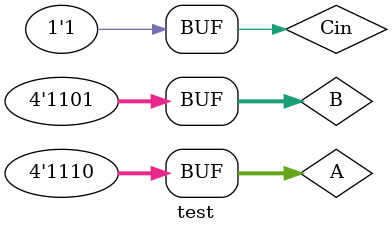
<source format=v>
`timescale 1ns / 1ps


module test();
    reg [3:0] A;
    reg [3:0] B;
    reg Cin;
    wire [3:0] F;
    wire Cout;
    
    four_bit_addr uut(A,B,Cin,F,Cout);
    
    initial begin
        A = 4'b0000;
        B = 4'b0001;
        Cin = 1'b1;
        
        #200
        A = 4'b0110;
        B = 4'b0101;
        Cin = 1'b0;
        
        #200
        A = 4'b1000;
        B = 4'b0001;
        Cin = 1'b1;
        
        #200
        A = 4'b0100;
        B = 4'b0001;
        Cin = 1'b1;
        
        #200
        A = 4'b1110;
        B = 4'b1101;
        Cin = 1'b1;
        
    end
endmodule

</source>
